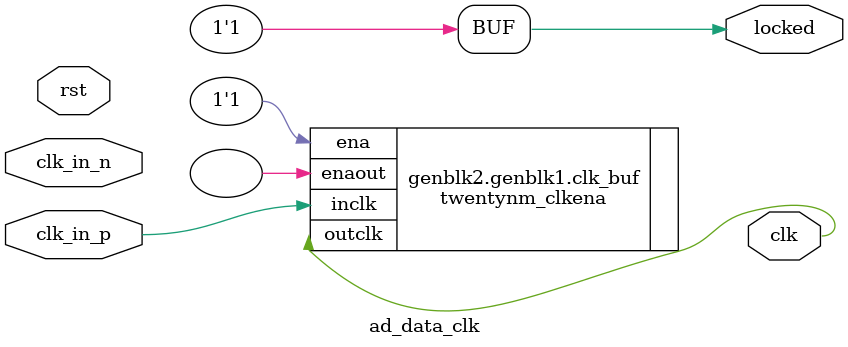
<source format=v>

`timescale 1ns/100ps

module ad_data_clk #(
  parameter   FPGA_TECHNOLOGY = 103,
  parameter   GLOBAL_CLOCK = 1,
  parameter   SINGLE_ENDED = 0) (

  input               rst,
  output              locked,

  input               clk_in_p,
  input               clk_in_n,
  output              clk);
  
  // local parameters

  localparam CYCLONE5 = 101;
  localparam ARRIA10  = 103;
  
  // defaults
  
  assign locked = 1'b1;

  // instantiations

  generate
  if (FPGA_TECHNOLOGY == CYCLONE5) begin
    //don't have one to test 
    assign clk = 0;
  end
  endgenerate
  
  generate
  if (FPGA_TECHNOLOGY == ARRIA10) begin
    if(GLOBAL_CLOCK == 1) begin
    twentynm_clkena #(
      .clock_type("Global Clock"),
      .en_register_mode("always enabled"),
      .lpm_type("twentynm_clkena"))
    clk_buf ( 
      .ena(1'b1),
      .enaout(),
      .inclk(clk_in_p),
      .outclk(clk));
    end else begin
    twentynm_clkena #(
      .clock_type("Large Periphery Clock"),
      .en_register_mode("always enabled"),
      .lpm_type("twentynm_clkena"))
    clk_buf ( 
      .ena(1'b1),
      .enaout(),
      .inclk(clk_in_p),
      .outclk(clk));
    end
  end
  endgenerate
endmodule

// ***************************************************************************
// ***************************************************************************

</source>
